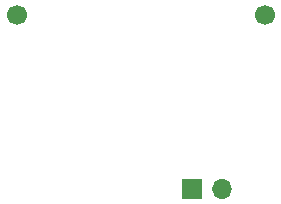
<source format=gbr>
%TF.GenerationSoftware,KiCad,Pcbnew,(6.0.7)*%
%TF.CreationDate,2022-11-28T19:40:44-08:00*%
%TF.ProjectId,as01808ao-enclosure,61733031-3830-4386-916f-2d656e636c6f,rev?*%
%TF.SameCoordinates,Original*%
%TF.FileFunction,Soldermask,Bot*%
%TF.FilePolarity,Negative*%
%FSLAX46Y46*%
G04 Gerber Fmt 4.6, Leading zero omitted, Abs format (unit mm)*
G04 Created by KiCad (PCBNEW (6.0.7)) date 2022-11-28 19:40:44*
%MOMM*%
%LPD*%
G01*
G04 APERTURE LIST*
%ADD10C,1.700000*%
%ADD11R,1.700000X1.700000*%
%ADD12O,1.700000X1.700000*%
G04 APERTURE END LIST*
D10*
%TO.C,U1*%
X174802800Y-91440000D03*
X153822400Y-91440000D03*
%TD*%
D11*
%TO.C,J1*%
X168656000Y-106172000D03*
D12*
X171196000Y-106172000D03*
%TD*%
M02*

</source>
